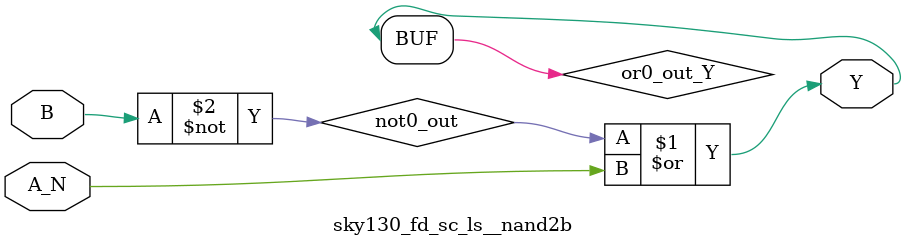
<source format=v>
/*
 * Copyright 2020 The SkyWater PDK Authors
 *
 * Licensed under the Apache License, Version 2.0 (the "License");
 * you may not use this file except in compliance with the License.
 * You may obtain a copy of the License at
 *
 *     https://www.apache.org/licenses/LICENSE-2.0
 *
 * Unless required by applicable law or agreed to in writing, software
 * distributed under the License is distributed on an "AS IS" BASIS,
 * WITHOUT WARRANTIES OR CONDITIONS OF ANY KIND, either express or implied.
 * See the License for the specific language governing permissions and
 * limitations under the License.
 *
 * SPDX-License-Identifier: Apache-2.0
*/


`ifndef SKY130_FD_SC_LS__NAND2B_FUNCTIONAL_V
`define SKY130_FD_SC_LS__NAND2B_FUNCTIONAL_V

/**
 * nand2b: 2-input NAND, first input inverted.
 *
 * Verilog simulation functional model.
 */

`timescale 1ns / 1ps
`default_nettype none

`celldefine
module sky130_fd_sc_ls__nand2b (
    Y  ,
    A_N,
    B
);

    // Module ports
    output Y  ;
    input  A_N;
    input  B  ;

    // Local signals
    wire not0_out ;
    wire or0_out_Y;

    //  Name  Output     Other arguments
    not not0 (not0_out , B              );
    or  or0  (or0_out_Y, not0_out, A_N  );
    buf buf0 (Y        , or0_out_Y      );

endmodule
`endcelldefine

`default_nettype wire
`endif  // SKY130_FD_SC_LS__NAND2B_FUNCTIONAL_V
</source>
